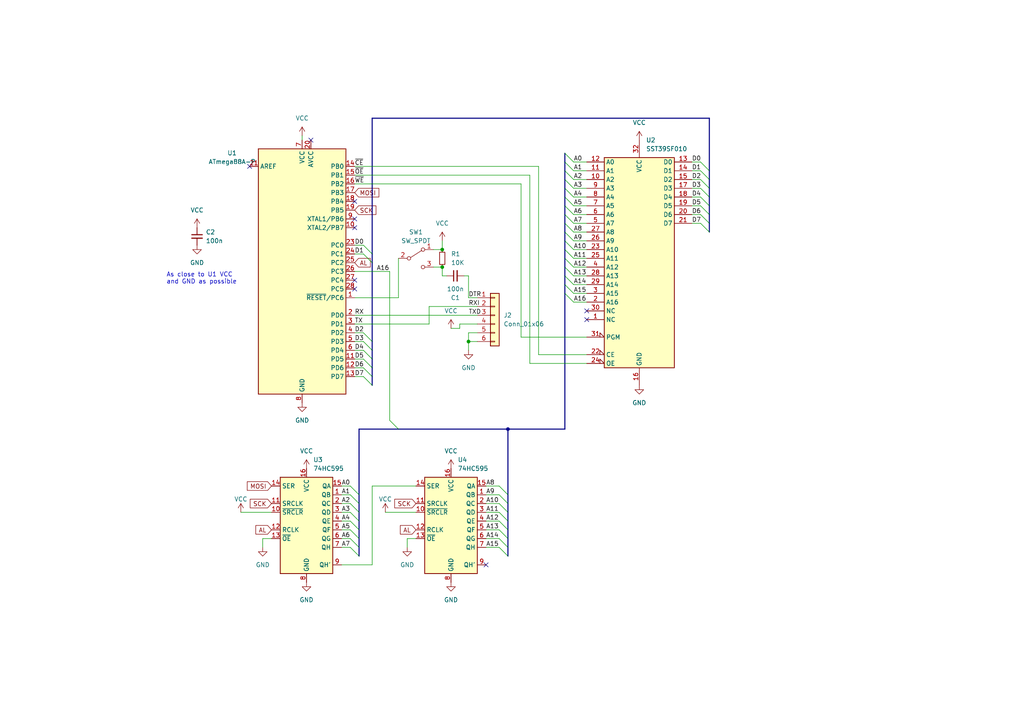
<source format=kicad_sch>
(kicad_sch (version 20230121) (generator eeschema)
  (paper "A4")
  (lib_symbols
    (symbol "74xx:74HC595"
      (property "Reference" "U" (at -7.62 13.97 0))
      (property "Value" "74HC595" (at -7.62 -16.51 0))
      (symbol "74HC595_1_0"
        (pin tri_state line (at 10.16 7.62 180) (length 2.54) (name "QB") (number "1"))
        (pin input line (at -10.16 2.54 0) (length 2.54) (name "~{SRCLR}") (number "10"))
        (pin input line (at -10.16 5.08 0) (length 2.54) (name "SRCLK") (number "11"))
        (pin input line (at -10.16 -2.54 0) (length 2.54) (name "RCLK") (number "12"))
        (pin input line (at -10.16 -5.08 0) (length 2.54) (name "~{OE}") (number "13"))
        (pin input line (at -10.16 10.16 0) (length 2.54) (name "SER") (number "14"))
        (pin tri_state line (at 10.16 10.16 180) (length 2.54) (name "QA") (number "15"))
        (pin power_in line (at 0 15.24 270) (length 2.54) (name "VCC") (number "16"))
        (pin tri_state line (at 10.16 5.08 180) (length 2.54) (name "QC") (number "2"))
        (pin tri_state line (at 10.16 2.54 180) (length 2.54) (name "QD") (number "3"))
        (pin tri_state line (at 10.16 0 180) (length 2.54) (name "QE") (number "4"))
        (pin tri_state line (at 10.16 -2.54 180) (length 2.54) (name "QF") (number "5"))
        (pin tri_state line (at 10.16 -5.08 180) (length 2.54) (name "QG") (number "6"))
        (pin tri_state line (at 10.16 -7.62 180) (length 2.54) (name "QH") (number "7"))
        (pin power_in line (at 0 -17.78 90) (length 2.54) (name "GND") (number "8"))
        (pin output line (at 10.16 -12.7 180) (length 2.54) (name "QH'") (number "9"))
      )
      (symbol "74HC595_1_1"
        (rectangle (start -7.62 12.7) (end 7.62 -15.24) (stroke (width 0.254)) (fill (type background)))
      )
    )
    (symbol "Connector_Generic:Conn_01x06" (pin_names (offset 1.016) hide)
      (property "Reference" "J" (at 0 7.62 0))
      (property "Value" "Conn_01x06" (at 0 -10.16 0))
      (symbol "Conn_01x06_1_1"
        (rectangle (start -1.27 -7.493) (end 0 -7.747) (stroke (width 0.1524)))
        (rectangle (start -1.27 -4.953) (end 0 -5.207) (stroke (width 0.1524)))
        (rectangle (start -1.27 -2.413) (end 0 -2.667) (stroke (width 0.1524)))
        (rectangle (start -1.27 0.127) (end 0 -0.127) (stroke (width 0.1524)))
        (rectangle (start -1.27 2.667) (end 0 2.413) (stroke (width 0.1524)))
        (rectangle (start -1.27 5.207) (end 0 4.953) (stroke (width 0.1524)))
        (rectangle (start -1.27 6.35) (end 1.27 -8.89) (stroke (width 0.254)) (fill (type background)))
        (pin passive line (at -5.08 5.08 0) (length 3.81) (name "Pin_1") (number "1"))
        (pin passive line (at -5.08 2.54 0) (length 3.81) (name "Pin_2") (number "2"))
        (pin passive line (at -5.08 0 0) (length 3.81) (name "Pin_3") (number "3"))
        (pin passive line (at -5.08 -2.54 0) (length 3.81) (name "Pin_4") (number "4"))
        (pin passive line (at -5.08 -5.08 0) (length 3.81) (name "Pin_5") (number "5"))
        (pin passive line (at -5.08 -7.62 0) (length 3.81) (name "Pin_6") (number "6"))
      )
    )
    (symbol "Device:C_Small" (pin_numbers hide) (pin_names (offset 0.254) hide)
      (property "Reference" "C" (at 0.254 1.778 0))
      (property "Value" "C_Small" (at 0.254 -2.032 0))
      (symbol "C_Small_0_1"
        (polyline (pts (xy -1.524 -0.508) (xy 1.524 -0.508)) (stroke (width 0.3302)))
        (polyline (pts (xy -1.524 0.508) (xy 1.524 0.508)) (stroke (width 0.3048)))
      )
      (symbol "C_Small_1_1"
        (pin passive line (at 0 2.54 270) (length 2.032) (name "~") (number "1"))
        (pin passive line (at 0 -2.54 90) (length 2.032) (name "~") (number "2"))
      )
    )
    (symbol "Device:R_Small" (pin_numbers hide) (pin_names (offset 0.254) hide)
      (property "Reference" "R" (at 0.762 0.508 0))
      (property "Value" "R_Small" (at 0.762 -1.016 0))
      (symbol "R_Small_0_1"
        (rectangle (start -0.762 1.778) (end 0.762 -1.778) (stroke (width 0.2032)))
      )
      (symbol "R_Small_1_1"
        (pin passive line (at 0 2.54 270) (length 0.762) (name "~") (number "1"))
        (pin passive line (at 0 -2.54 90) (length 0.762) (name "~") (number "2"))
      )
    )
    (symbol "MCU_Microchip_ATmega:ATmega88A-P"
      (property "Reference" "U" (at -12.7 36.83 0))
      (property "Value" "ATmega88A-P" (at 2.54 -36.83 0))
      (symbol "ATmega88A-P_0_1"
        (rectangle (start -12.7 -35.56) (end 12.7 35.56) (stroke (width 0.254)) (fill (type background)))
      )
      (symbol "ATmega88A-P_1_1"
        (pin bidirectional line (at 15.24 -7.62 180) (length 2.54) (name "~{RESET}/PC6") (number "1"))
        (pin bidirectional line (at 15.24 12.7 180) (length 2.54) (name "XTAL2/PB7") (number "10"))
        (pin bidirectional line (at 15.24 -25.4 180) (length 2.54) (name "PD5") (number "11"))
        (pin bidirectional line (at 15.24 -27.94 180) (length 2.54) (name "PD6") (number "12"))
        (pin bidirectional line (at 15.24 -30.48 180) (length 2.54) (name "PD7") (number "13"))
        (pin bidirectional line (at 15.24 30.48 180) (length 2.54) (name "PB0") (number "14"))
        (pin bidirectional line (at 15.24 27.94 180) (length 2.54) (name "PB1") (number "15"))
        (pin bidirectional line (at 15.24 25.4 180) (length 2.54) (name "PB2") (number "16"))
        (pin bidirectional line (at 15.24 22.86 180) (length 2.54) (name "PB3") (number "17"))
        (pin bidirectional line (at 15.24 20.32 180) (length 2.54) (name "PB4") (number "18"))
        (pin bidirectional line (at 15.24 17.78 180) (length 2.54) (name "PB5") (number "19"))
        (pin bidirectional line (at 15.24 -12.7 180) (length 2.54) (name "PD0") (number "2"))
        (pin power_in line (at 2.54 38.1 270) (length 2.54) (name "AVCC") (number "20"))
        (pin passive line (at -15.24 30.48 0) (length 2.54) (name "AREF") (number "21"))
        (pin passive line (at 0 -38.1 90) (length 2.54) hide (name "GND") (number "22"))
        (pin bidirectional line (at 15.24 7.62 180) (length 2.54) (name "PC0") (number "23"))
        (pin bidirectional line (at 15.24 5.08 180) (length 2.54) (name "PC1") (number "24"))
        (pin bidirectional line (at 15.24 2.54 180) (length 2.54) (name "PC2") (number "25"))
        (pin bidirectional line (at 15.24 0 180) (length 2.54) (name "PC3") (number "26"))
        (pin bidirectional line (at 15.24 -2.54 180) (length 2.54) (name "PC4") (number "27"))
        (pin bidirectional line (at 15.24 -5.08 180) (length 2.54) (name "PC5") (number "28"))
        (pin bidirectional line (at 15.24 -15.24 180) (length 2.54) (name "PD1") (number "3"))
        (pin bidirectional line (at 15.24 -17.78 180) (length 2.54) (name "PD2") (number "4"))
        (pin bidirectional line (at 15.24 -20.32 180) (length 2.54) (name "PD3") (number "5"))
        (pin bidirectional line (at 15.24 -22.86 180) (length 2.54) (name "PD4") (number "6"))
        (pin power_in line (at 0 38.1 270) (length 2.54) (name "VCC") (number "7"))
        (pin power_in line (at 0 -38.1 90) (length 2.54) (name "GND") (number "8"))
        (pin bidirectional line (at 15.24 15.24 180) (length 2.54) (name "XTAL1/PB6") (number "9"))
      )
    )
    (symbol "Memory_Flash:SST39SF010"
      (property "Reference" "U" (at 2.54 33.02 0))
      (property "Value" "SST39SF010" (at 0 -30.48 0))
      (symbol "SST39SF010_0_0"
        (pin power_in line (at 0 -34.29 90) (length 5.08) (name "GND") (number "16"))
        (pin power_in line (at 0 36.83 270) (length 5.08) (name "VCC") (number "32"))
      )
      (symbol "SST39SF010_0_1"
        (rectangle (start -10.16 31.75) (end 10.16 -29.21) (stroke (width 0.254)) (fill (type background)))
      )
      (symbol "SST39SF010_1_1"
        (pin input line (at -15.24 -15.24 0) (length 5.08) (name "NC") (number "1"))
        (pin input line (at -15.24 25.4 0) (length 5.08) (name "A2") (number "10"))
        (pin input line (at -15.24 27.94 0) (length 5.08) (name "A1") (number "11"))
        (pin input line (at -15.24 30.48 0) (length 5.08) (name "A0") (number "12"))
        (pin tri_state line (at 15.24 30.48 180) (length 5.08) (name "D0") (number "13"))
        (pin tri_state line (at 15.24 27.94 180) (length 5.08) (name "D1") (number "14"))
        (pin tri_state line (at 15.24 25.4 180) (length 5.08) (name "D2") (number "15"))
        (pin tri_state line (at 15.24 22.86 180) (length 5.08) (name "D3") (number "17"))
        (pin tri_state line (at 15.24 20.32 180) (length 5.08) (name "D4") (number "18"))
        (pin tri_state line (at 15.24 17.78 180) (length 5.08) (name "D5") (number "19"))
        (pin input line (at -15.24 -10.16 0) (length 5.08) (name "A16") (number "2"))
        (pin tri_state line (at 15.24 15.24 180) (length 5.08) (name "D6") (number "20"))
        (pin tri_state line (at 15.24 12.7 180) (length 5.08) (name "D7") (number "21"))
        (pin input input_low (at -15.24 -25.4 0) (length 5.08) (name "CE") (number "22"))
        (pin input line (at -15.24 5.08 0) (length 5.08) (name "A10") (number "23"))
        (pin input input_low (at -15.24 -27.94 0) (length 5.08) (name "OE") (number "24"))
        (pin input line (at -15.24 2.54 0) (length 5.08) (name "A11") (number "25"))
        (pin input line (at -15.24 7.62 0) (length 5.08) (name "A9") (number "26"))
        (pin input line (at -15.24 10.16 0) (length 5.08) (name "A8") (number "27"))
        (pin input line (at -15.24 -2.54 0) (length 5.08) (name "A13") (number "28"))
        (pin input line (at -15.24 -5.08 0) (length 5.08) (name "A14") (number "29"))
        (pin input line (at -15.24 -7.62 0) (length 5.08) (name "A15") (number "3"))
        (pin input line (at -15.24 -12.7 0) (length 5.08) (name "NC") (number "30"))
        (pin input input_low (at -15.24 -20.32 0) (length 5.08) (name "PGM") (number "31"))
        (pin input line (at -15.24 0 0) (length 5.08) (name "A12") (number "4"))
        (pin input line (at -15.24 12.7 0) (length 5.08) (name "A7") (number "5"))
        (pin input line (at -15.24 15.24 0) (length 5.08) (name "A6") (number "6"))
        (pin input line (at -15.24 17.78 0) (length 5.08) (name "A5") (number "7"))
        (pin input line (at -15.24 20.32 0) (length 5.08) (name "A4") (number "8"))
        (pin input line (at -15.24 22.86 0) (length 5.08) (name "A3") (number "9"))
      )
    )
    (symbol "Switch:SW_SPDT" (pin_names (offset 0) hide)
      (property "Reference" "SW" (at 0 4.318 0))
      (property "Value" "SW_SPDT" (at 0 -5.08 0))
      (symbol "SW_SPDT_0_0"
        (circle (center -2.032 0) (radius 0.508))
        (circle (center 2.032 -2.54) (radius 0.508))
      )
      (symbol "SW_SPDT_0_1"
        (polyline (pts (xy -1.524 0.254) (xy 1.651 2.286)))
        (circle (center 2.032 2.54) (radius 0.508))
      )
      (symbol "SW_SPDT_1_1"
        (pin passive line (at 5.08 2.54 180) (length 2.54) (name "A") (number "1"))
        (pin passive line (at -5.08 0 0) (length 2.54) (name "B") (number "2"))
        (pin passive line (at 5.08 -2.54 180) (length 2.54) (name "C") (number "3"))
      )
    )
    (symbol "VCC_1" (power) (pin_names (offset 0))
      (property "Value" "VCC_1" (at 0 3.81 0))
      (symbol "VCC_1_0_1"
        (polyline (pts (xy -0.762 1.27) (xy 0 2.54)))
        (polyline (pts (xy 0 0) (xy 0 2.54)))
        (polyline (pts (xy 0 2.54) (xy 0.762 1.27)))
      )
      (symbol "VCC_1_1_1"
        (pin power_in line (at 0 0 90) (length 0) hide (name "VCC") (number "1"))
      )
    )
    (symbol "power:GND" (power) (pin_names (offset 0))
      (property "Value" "GND" (at 0 -3.81 0))
      (symbol "GND_0_1"
        (polyline (pts (xy 0 0) (xy 0 -1.27) (xy 1.27 -1.27) (xy 0 -2.54) (xy -1.27 -1.27) (xy 0 -1.27)))
      )
      (symbol "GND_1_1"
        (pin power_in line (at 0 0 270) (length 0) hide (name "GND") (number "1"))
      )
    )
    (symbol "power:VCC" (power) (pin_names (offset 0))
      (property "Value" "VCC" (at 0 3.81 0))
      (symbol "VCC_0_1"
        (polyline (pts (xy -0.762 1.27) (xy 0 2.54)))
        (polyline (pts (xy 0 0) (xy 0 2.54)))
        (polyline (pts (xy 0 2.54) (xy 0.762 1.27)))
      )
      (symbol "VCC_1_1"
        (pin power_in line (at 0 0 90) (length 0) hide (name "VCC") (number "1"))
      )
    )
  )
  (junction (at 135.89 99.06))
  (junction (at 128.27 77.47))
  (junction (at 147.32 124.46))
  (junction (at 128.27 72.39))
  (no_connect (at 102.87 66.04))
  (no_connect (at 102.87 58.42))
  (no_connect (at 90.17 40.64))
  (no_connect (at 102.87 83.82))
  (no_connect (at 170.18 90.17))
  (no_connect (at 102.87 63.5))
  (no_connect (at 102.87 81.28))
  (no_connect (at 140.97 163.83))
  (no_connect (at 72.39 48.26))
  (no_connect (at 170.18 92.71))
  (bus_entry (at 105.41 96.52) (size 2.54 2.54))
  (bus_entry (at 144.78 153.67) (size 2.54 2.54))
  (bus_entry (at 144.78 140.97) (size 2.54 2.54))
  (bus_entry (at 144.78 158.75) (size 2.54 2.54))
  (bus_entry (at 105.41 101.6) (size 2.54 2.54))
  (bus_entry (at 101.6 156.21) (size 2.54 2.54))
  (bus_entry (at 163.83 54.61) (size 2.54 2.54))
  (bus_entry (at 101.6 140.97) (size 2.54 2.54))
  (bus_entry (at 101.6 146.05) (size 2.54 2.54))
  (bus_entry (at 203.2 49.53) (size 2.54 2.54))
  (bus_entry (at 163.83 72.39) (size 2.54 2.54))
  (bus_entry (at 105.41 71.12) (size 2.54 2.54))
  (bus_entry (at 144.78 156.21) (size 2.54 2.54))
  (bus_entry (at 203.2 57.15) (size 2.54 2.54))
  (bus_entry (at 105.41 104.14) (size 2.54 2.54))
  (bus_entry (at 163.83 69.85) (size 2.54 2.54))
  (bus_entry (at 163.83 62.23) (size 2.54 2.54))
  (bus_entry (at 203.2 64.77) (size 2.54 2.54))
  (bus_entry (at 113.03 121.92) (size 2.54 2.54))
  (bus_entry (at 144.78 143.51) (size 2.54 2.54))
  (bus_entry (at 163.83 64.77) (size 2.54 2.54))
  (bus_entry (at 203.2 62.23) (size 2.54 2.54))
  (bus_entry (at 101.6 143.51) (size 2.54 2.54))
  (bus_entry (at 163.83 77.47) (size 2.54 2.54))
  (bus_entry (at 105.41 106.68) (size 2.54 2.54))
  (bus_entry (at 163.83 74.93) (size 2.54 2.54))
  (bus_entry (at 163.83 80.01) (size 2.54 2.54))
  (bus_entry (at 163.83 49.53) (size 2.54 2.54))
  (bus_entry (at 163.83 85.09) (size 2.54 2.54))
  (bus_entry (at 105.41 109.22) (size 2.54 2.54))
  (bus_entry (at 163.83 46.99) (size 2.54 2.54))
  (bus_entry (at 163.83 52.07) (size 2.54 2.54))
  (bus_entry (at 163.83 57.15) (size 2.54 2.54))
  (bus_entry (at 203.2 46.99) (size 2.54 2.54))
  (bus_entry (at 101.6 153.67) (size 2.54 2.54))
  (bus_entry (at 144.78 146.05) (size 2.54 2.54))
  (bus_entry (at 144.78 151.13) (size 2.54 2.54))
  (bus_entry (at 203.2 59.69) (size 2.54 2.54))
  (bus_entry (at 163.83 44.45) (size 2.54 2.54))
  (bus_entry (at 163.83 59.69) (size 2.54 2.54))
  (bus_entry (at 163.83 67.31) (size 2.54 2.54))
  (bus_entry (at 203.2 54.61) (size 2.54 2.54))
  (bus_entry (at 144.78 148.59) (size 2.54 2.54))
  (bus_entry (at 105.41 99.06) (size 2.54 2.54))
  (bus_entry (at 101.6 158.75) (size 2.54 2.54))
  (bus_entry (at 101.6 151.13) (size 2.54 2.54))
  (bus_entry (at 105.41 73.66) (size 2.54 2.54))
  (bus_entry (at 101.6 148.59) (size 2.54 2.54))
  (bus_entry (at 163.83 82.55) (size 2.54 2.54))
  (bus_entry (at 203.2 52.07) (size 2.54 2.54))
  (bus (pts (xy 163.83 72.39) (xy 163.83 74.93)))
  (wire (pts (xy 140.97 151.13) (xy 144.78 151.13)))
  (wire (pts (xy 107.95 140.97) (xy 120.65 140.97)))
  (wire (pts (xy 133.35 93.98) (xy 133.35 95.25)))
  (bus (pts (xy 104.14 143.51) (xy 104.14 146.05)))
  (wire (pts (xy 99.06 151.13) (xy 101.6 151.13)))
  (wire (pts (xy 166.37 57.15) (xy 170.18 57.15)))
  (wire (pts (xy 118.11 156.21) (xy 118.11 158.75)))
  (bus (pts (xy 147.32 146.05) (xy 147.32 148.59)))
  (wire (pts (xy 138.43 88.9) (xy 124.46 88.9)))
  (wire (pts (xy 120.65 156.21) (xy 118.11 156.21)))
  (bus (pts (xy 115.57 124.46) (xy 147.32 124.46)))
  (wire (pts (xy 140.97 140.97) (xy 144.78 140.97)))
  (bus (pts (xy 163.83 64.77) (xy 163.83 67.31)))
  (bus (pts (xy 104.14 158.75) (xy 104.14 161.29)))
  (bus (pts (xy 163.83 82.55) (xy 163.83 85.09)))
  (wire (pts (xy 140.97 153.67) (xy 144.78 153.67)))
  (bus (pts (xy 163.83 77.47) (xy 163.83 80.01)))
  (wire (pts (xy 115.57 86.36) (xy 102.87 86.36)))
  (wire (pts (xy 125.73 77.47) (xy 128.27 77.47)))
  (bus (pts (xy 163.83 80.01) (xy 163.83 82.55)))
  (bus (pts (xy 163.83 69.85) (xy 163.83 72.39)))
  (wire (pts (xy 111.76 148.59) (xy 120.65 148.59)))
  (wire (pts (xy 99.06 146.05) (xy 101.6 146.05)))
  (wire (pts (xy 166.37 62.23) (xy 170.18 62.23)))
  (wire (pts (xy 166.37 49.53) (xy 170.18 49.53)))
  (wire (pts (xy 200.66 54.61) (xy 203.2 54.61)))
  (wire (pts (xy 166.37 72.39) (xy 170.18 72.39)))
  (wire (pts (xy 124.46 88.9) (xy 124.46 93.98)))
  (wire (pts (xy 78.74 156.21) (xy 76.2 156.21)))
  (bus (pts (xy 147.32 151.13) (xy 147.32 153.67)))
  (wire (pts (xy 87.63 39.37) (xy 87.63 40.64)))
  (wire (pts (xy 200.66 49.53) (xy 203.2 49.53)))
  (bus (pts (xy 104.14 153.67) (xy 104.14 156.21)))
  (bus (pts (xy 163.83 74.93) (xy 163.83 77.47)))
  (wire (pts (xy 166.37 64.77) (xy 170.18 64.77)))
  (bus (pts (xy 147.32 156.21) (xy 147.32 158.75)))
  (wire (pts (xy 166.37 69.85) (xy 170.18 69.85)))
  (bus (pts (xy 147.32 124.46) (xy 147.32 143.51)))
  (wire (pts (xy 125.73 72.39) (xy 128.27 72.39)))
  (bus (pts (xy 163.83 44.45) (xy 163.83 46.99)))
  (wire (pts (xy 102.87 50.8) (xy 153.67 50.8)))
  (bus (pts (xy 107.95 104.14) (xy 107.95 106.68)))
  (bus (pts (xy 104.14 124.46) (xy 115.57 124.46)))
  (wire (pts (xy 138.43 96.52) (xy 135.89 96.52)))
  (wire (pts (xy 166.37 67.31) (xy 170.18 67.31)))
  (wire (pts (xy 200.66 64.77) (xy 203.2 64.77)))
  (wire (pts (xy 140.97 156.21) (xy 144.78 156.21)))
  (bus (pts (xy 147.32 143.51) (xy 147.32 146.05)))
  (wire (pts (xy 69.85 148.59) (xy 78.74 148.59)))
  (bus (pts (xy 205.74 54.61) (xy 205.74 57.15)))
  (wire (pts (xy 107.95 163.83) (xy 107.95 140.97)))
  (bus (pts (xy 163.83 57.15) (xy 163.83 59.69)))
  (wire (pts (xy 166.37 46.99) (xy 170.18 46.99)))
  (bus (pts (xy 205.74 62.23) (xy 205.74 64.77)))
  (wire (pts (xy 200.66 62.23) (xy 203.2 62.23)))
  (wire (pts (xy 129.54 80.01) (xy 128.27 80.01)))
  (wire (pts (xy 102.87 48.26) (xy 156.21 48.26)))
  (bus (pts (xy 163.83 52.07) (xy 163.83 54.61)))
  (bus (pts (xy 107.95 106.68) (xy 107.95 109.22)))
  (wire (pts (xy 99.06 156.21) (xy 101.6 156.21)))
  (wire (pts (xy 128.27 72.39) (xy 128.27 69.85)))
  (wire (pts (xy 140.97 158.75) (xy 144.78 158.75)))
  (bus (pts (xy 104.14 151.13) (xy 104.14 153.67)))
  (wire (pts (xy 102.87 91.44) (xy 138.43 91.44)))
  (bus (pts (xy 107.95 101.6) (xy 107.95 104.14)))
  (wire (pts (xy 133.35 95.25) (xy 130.81 95.25)))
  (wire (pts (xy 113.03 78.74) (xy 113.03 121.92)))
  (wire (pts (xy 200.66 52.07) (xy 203.2 52.07)))
  (wire (pts (xy 135.89 99.06) (xy 138.43 99.06)))
  (wire (pts (xy 200.66 59.69) (xy 203.2 59.69)))
  (bus (pts (xy 104.14 146.05) (xy 104.14 148.59)))
  (wire (pts (xy 102.87 78.74) (xy 113.03 78.74)))
  (bus (pts (xy 205.74 52.07) (xy 205.74 54.61)))
  (bus (pts (xy 163.83 67.31) (xy 163.83 69.85)))
  (wire (pts (xy 153.67 50.8) (xy 153.67 105.41)))
  (wire (pts (xy 102.87 73.66) (xy 105.41 73.66)))
  (bus (pts (xy 107.95 76.2) (xy 107.95 99.06)))
  (bus (pts (xy 163.83 85.09) (xy 163.83 124.46)))
  (wire (pts (xy 102.87 53.34) (xy 151.13 53.34)))
  (wire (pts (xy 166.37 80.01) (xy 170.18 80.01)))
  (wire (pts (xy 138.43 93.98) (xy 133.35 93.98)))
  (wire (pts (xy 153.67 105.41) (xy 170.18 105.41)))
  (wire (pts (xy 102.87 109.22) (xy 105.41 109.22)))
  (bus (pts (xy 147.32 158.75) (xy 147.32 161.29)))
  (wire (pts (xy 99.06 163.83) (xy 107.95 163.83)))
  (wire (pts (xy 140.97 148.59) (xy 144.78 148.59)))
  (bus (pts (xy 163.83 54.61) (xy 163.83 57.15)))
  (wire (pts (xy 128.27 80.01) (xy 128.27 77.47)))
  (bus (pts (xy 104.14 148.59) (xy 104.14 151.13)))
  (wire (pts (xy 200.66 57.15) (xy 203.2 57.15)))
  (wire (pts (xy 102.87 106.68) (xy 105.41 106.68)))
  (bus (pts (xy 104.14 156.21) (xy 104.14 158.75)))
  (bus (pts (xy 205.74 49.53) (xy 205.74 52.07)))
  (wire (pts (xy 135.89 99.06) (xy 135.89 101.6)))
  (bus (pts (xy 107.95 109.22) (xy 107.95 111.76)))
  (wire (pts (xy 102.87 104.14) (xy 105.41 104.14)))
  (wire (pts (xy 140.97 143.51) (xy 144.78 143.51)))
  (wire (pts (xy 102.87 99.06) (xy 105.41 99.06)))
  (wire (pts (xy 166.37 52.07) (xy 170.18 52.07)))
  (bus (pts (xy 205.74 59.69) (xy 205.74 62.23)))
  (wire (pts (xy 102.87 101.6) (xy 105.41 101.6)))
  (bus (pts (xy 107.95 73.66) (xy 107.95 34.29)))
  (wire (pts (xy 166.37 77.47) (xy 170.18 77.47)))
  (wire (pts (xy 99.06 153.67) (xy 101.6 153.67)))
  (bus (pts (xy 107.95 99.06) (xy 107.95 101.6)))
  (bus (pts (xy 104.14 124.46) (xy 104.14 143.51)))
  (bus (pts (xy 107.95 34.29) (xy 205.74 34.29)))
  (wire (pts (xy 76.2 156.21) (xy 76.2 158.75)))
  (wire (pts (xy 140.97 146.05) (xy 144.78 146.05)))
  (bus (pts (xy 163.83 49.53) (xy 163.83 52.07)))
  (wire (pts (xy 151.13 53.34) (xy 151.13 97.79)))
  (bus (pts (xy 107.95 73.66) (xy 107.95 76.2)))
  (wire (pts (xy 166.37 74.93) (xy 170.18 74.93)))
  (wire (pts (xy 99.06 148.59) (xy 101.6 148.59)))
  (wire (pts (xy 135.89 80.01) (xy 135.89 86.36)))
  (wire (pts (xy 166.37 59.69) (xy 170.18 59.69)))
  (wire (pts (xy 99.06 140.97) (xy 101.6 140.97)))
  (wire (pts (xy 200.66 46.99) (xy 203.2 46.99)))
  (wire (pts (xy 135.89 96.52) (xy 135.89 99.06)))
  (wire (pts (xy 102.87 71.12) (xy 105.41 71.12)))
  (bus (pts (xy 205.74 57.15) (xy 205.74 59.69)))
  (bus (pts (xy 163.83 59.69) (xy 163.83 62.23)))
  (bus (pts (xy 205.74 34.29) (xy 205.74 49.53)))
  (wire (pts (xy 135.89 80.01) (xy 134.62 80.01)))
  (wire (pts (xy 99.06 143.51) (xy 101.6 143.51)))
  (wire (pts (xy 102.87 93.98) (xy 124.46 93.98)))
  (wire (pts (xy 151.13 97.79) (xy 170.18 97.79)))
  (wire (pts (xy 166.37 54.61) (xy 170.18 54.61)))
  (bus (pts (xy 147.32 153.67) (xy 147.32 156.21)))
  (wire (pts (xy 102.87 96.52) (xy 105.41 96.52)))
  (bus (pts (xy 147.32 148.59) (xy 147.32 151.13)))
  (wire (pts (xy 156.21 102.87) (xy 170.18 102.87)))
  (wire (pts (xy 166.37 82.55) (xy 170.18 82.55)))
  (wire (pts (xy 115.57 74.93) (xy 115.57 86.36)))
  (bus (pts (xy 163.83 46.99) (xy 163.83 49.53)))
  (bus (pts (xy 205.74 64.77) (xy 205.74 67.31)))
  (wire (pts (xy 166.37 87.63) (xy 170.18 87.63)))
  (wire (pts (xy 166.37 85.09) (xy 170.18 85.09)))
  (bus (pts (xy 163.83 62.23) (xy 163.83 64.77)))
  (wire (pts (xy 156.21 48.26) (xy 156.21 102.87)))
  (wire (pts (xy 99.06 158.75) (xy 101.6 158.75)))
  (bus (pts (xy 147.32 124.46) (xy 163.83 124.46)))
  (wire (pts (xy 138.43 86.36) (xy 135.89 86.36)))
  (text "As close to U1 VCC\nand GND as possible" (at 48.26 82.55 0) (effects (font (size 1.27 1.27)) (justify left bottom)))
  (label "A10" (at 140.97 146.05 0))
  (label "D4" (at 200.66 57.15 0))
  (label "A8" (at 166.37 67.31 0))
  (label "D6" (at 200.66 62.23 0))
  (label "~{OE}" (at 102.87 50.8 0))
  (label "A9" (at 140.97 143.51 0))
  (label "A15" (at 166.37 85.09 0))
  (label "D3" (at 102.87 99.06 0))
  (label "A2" (at 166.37 52.07 0))
  (label "A9" (at 166.37 69.85 0))
  (label "A12" (at 140.97 151.13 0))
  (label "D7" (at 102.87 109.22 0))
  (label "A2" (at 99.06 146.05 0))
  (label "A14" (at 166.37 82.55 0))
  (label "A5" (at 166.37 59.69 0))
  (label "~{CE}" (at 102.87 48.26 0))
  (label "D2" (at 200.66 52.07 0))
  (label "A15" (at 140.97 158.75 0))
  (label "D6" (at 102.87 106.68 0))
  (label "D3" (at 200.66 54.61 0))
  (label "A6" (at 99.06 156.21 0))
  (label "A1" (at 99.06 143.51 0))
  (label "A4" (at 99.06 151.13 0))
  (label "D5" (at 200.66 59.69 0))
  (label "A10" (at 166.37 72.39 0))
  (label "A13" (at 140.97 153.67 0))
  (label "TXD" (at 135.89 91.44 0))
  (label "A16" (at 109.22 78.74 0))
  (label "A13" (at 166.37 80.01 0))
  (label "A0" (at 99.06 140.97 0))
  (label "A0" (at 166.37 46.99 0))
  (label "A5" (at 99.06 153.67 0))
  (label "D1" (at 200.66 49.53 0))
  (label "D7" (at 200.66 64.77 0))
  (label "D1" (at 102.87 73.66 0))
  (label "TX" (at 102.87 93.98 0))
  (label "A11" (at 140.97 148.59 0))
  (label "D0" (at 200.66 46.99 0))
  (label "DTR" (at 135.89 86.36 0))
  (label "A7" (at 99.06 158.75 0))
  (label "A14" (at 140.97 156.21 0))
  (label "A4" (at 166.37 57.15 0))
  (label "A1" (at 166.37 49.53 0))
  (label "A16" (at 166.37 87.63 0))
  (label "RX" (at 102.87 91.44 0))
  (label "A3" (at 166.37 54.61 0))
  (label "RXI" (at 135.89 88.9 0))
  (label "D0" (at 102.87 71.12 0))
  (label "A12" (at 166.37 77.47 0))
  (label "A8" (at 140.97 140.97 0))
  (label "A11" (at 166.37 74.93 0))
  (label "D2" (at 102.87 96.52 0))
  (label "~{WE}" (at 102.87 53.34 0))
  (label "A3" (at 99.06 148.59 0))
  (label "A7" (at 166.37 64.77 0))
  (label "D4" (at 102.87 101.6 0))
  (label "A6" (at 166.37 62.23 0))
  (label "D5" (at 102.87 104.14 0))
  (global_label "SCK" (shape input) (at 120.65 146.05 180) (property "Intersheetrefs" "${INTERSHEET_REFS}" (effects hide)))
  (global_label "MOSI" (shape input) (at 78.74 140.97 180) (property "Intersheetrefs" "${INTERSHEET_REFS}" (effects hide)))
  (global_label "AL" (shape input) (at 78.74 153.67 180) (property "Intersheetrefs" "${INTERSHEET_REFS}" (effects hide)))
  (global_label "AL" (shape input) (at 102.87 76.2 0) (property "Intersheetrefs" "${INTERSHEET_REFS}" (effects hide)))
  (global_label "SCK" (shape input) (at 78.74 146.05 180) (property "Intersheetrefs" "${INTERSHEET_REFS}" (effects hide)))
  (global_label "SCK" (shape input) (at 102.87 60.96 0) (property "Intersheetrefs" "${INTERSHEET_REFS}" (effects hide)))
  (global_label "MOSI" (shape input) (at 102.87 55.88 0) (property "Intersheetrefs" "${INTERSHEET_REFS}" (effects hide)))
  (global_label "AL" (shape input) (at 120.65 153.67 180) (property "Intersheetrefs" "${INTERSHEET_REFS}" (effects hide)))
  (symbol (lib_id "power:GND") (at 185.42 111.76 0) (unit 1)
    (property "Reference" "#PWR010" (effects hide))
    (property "Value" "GND" (at 185.42 116.84 0))
  )
  (symbol (lib_id "Device:R_Small") (at 128.27 74.93 0) (unit 1)
    (property "Reference" "R1" (at 130.81 73.66 0) (effects (justify left)))
    (property "Value" "10K" (at 130.81 76.2 0) (effects (justify left)))
  )
  (symbol (lib_id "Device:C_Small") (at 132.08 80.01 90) (mirror x) (unit 1)
    (property "Reference" "C1" (at 132.0863 86.36 90))
    (property "Value" "100n" (at 132.0863 83.82 90))
  )
  (symbol (lib_id "power:GND") (at 57.15 71.12 0) (unit 1)
    (property "Reference" "#PWR016" (effects hide))
    (property "Value" "GND" (at 57.15 76.2 0))
  )
  (symbol (lib_id "power:VCC") (at 130.81 95.25 0) (unit 1)
    (property "Reference" "#PWR07" (effects hide))
    (property "Value" "VCC" (at 130.81 90.17 0))
  )
  (symbol (lib_id "power:GND") (at 135.89 101.6 0) (unit 1)
    (property "Reference" "#PWR06" (effects hide))
    (property "Value" "GND" (at 135.89 106.68 0))
  )
  (symbol (lib_id "MCU_Microchip_ATmega:ATmega88A-P") (at 87.63 78.74 0) (unit 1)
    (property "Reference" "U1" (at 67.31 44.3739 0))
    (property "Value" "ATmega88A-P" (at 67.31 46.9139 0))
    (property "Footprint" "Package_DIP:DIP-28_W7.62mm" (effects hide))
    (property "Datasheet" "http://ww1.microchip.com/downloads/en/DeviceDoc/ATmega48A_88A_168A-Data-Sheet-40002007A.pdf" (effects hide))
  )
  (symbol (lib_id "Connector_Generic:Conn_01x06") (at 143.51 91.44 0) (unit 1)
    (property "Reference" "J2" (at 146.05 91.44 0) (effects (justify left)))
    (property "Value" "Conn_01x06" (at 146.05 93.98 0) (effects (justify left)))
  )
  (symbol (lib_id "Device:C_Small") (at 57.15 68.58 0) (unit 1)
    (property "Reference" "C2" (at 59.69 67.3163 0) (effects (justify left)))
    (property "Value" "100n" (at 59.69 69.8563 0) (effects (justify left)))
  )
  (symbol (lib_id "power:VCC") (at 57.15 66.04 0) (unit 1)
    (property "Reference" "#PWR012" (effects hide))
    (property "Value" "VCC" (at 57.15 60.96 0))
  )
  (symbol (lib_id "power:GND") (at 87.63 116.84 0) (unit 1)
    (property "Reference" "#PWR09" (effects hide))
    (property "Value" "GND" (at 87.63 121.92 0))
  )
  (symbol (lib_id "Memory_Flash:SST39SF010") (at 185.42 77.47 0) (unit 1)
    (property "Reference" "U2" (at 187.3759 40.64 0) (effects (justify left)))
    (property "Value" "SST39SF010" (at 187.3759 43.18 0) (effects (justify left)))
    (property "Datasheet" "http://ww1.microchip.com/downloads/en/DeviceDoc/25022B.pdf" (effects hide))
  )
  (symbol (lib_id "power:GND") (at 88.9 168.91 0) (unit 1)
    (property "Reference" "#PWR08" (effects hide))
    (property "Value" "GND" (at 88.9 173.99 0))
  )
  (symbol (lib_id "power:GND") (at 76.2 158.75 0) (unit 1)
    (property "Reference" "#PWR04" (effects hide))
    (property "Value" "GND" (at 76.2 163.83 0))
  )
  (symbol (lib_id "power:GND") (at 118.11 158.75 0) (unit 1)
    (property "Reference" "#PWR05" (effects hide))
    (property "Value" "GND" (at 118.11 163.83 0))
  )
  (symbol (lib_id "power:VCC") (at 128.27 69.85 0) (unit 1)
    (property "Reference" "#PWR02" (effects hide))
    (property "Value" "VCC" (at 128.27 64.77 0))
  )
  (symbol (lib_id "Switch:SW_SPDT") (at 120.65 74.93 0) (unit 1)
    (property "Reference" "SW1" (at 120.65 67.31 0))
    (property "Value" "SW_SPDT" (at 120.65 69.85 0))
  )
  (symbol (lib_id "power:VCC") (at 88.9 135.89 0) (unit 1)
    (property "Reference" "#PWR011" (effects hide))
    (property "Value" "VCC" (at 88.9 130.81 0))
  )
  (symbol (lib_id "power:VCC") (at 185.42 40.64 0) (unit 1)
    (property "Reference" "#PWR014" (effects hide))
    (property "Value" "VCC" (at 185.42 35.56 0))
  )
  (symbol (lib_id "74xx:74HC595") (at 130.81 151.13 0) (unit 1)
    (property "Reference" "U4" (at 132.7659 133.35 0) (effects (justify left)))
    (property "Value" "74HC595" (at 132.7659 135.89 0) (effects (justify left)))
    (property "Datasheet" "http://www.ti.com/lit/ds/symlink/sn74hc595.pdf" (effects hide))
  )
  (symbol (lib_name "VCC_1") (lib_id "power:VCC") (at 69.85 148.59 0) (unit 1)
    (property "Reference" "#PWR03" (effects hide))
    (property "Value" "VCC" (at 69.85 144.78 0))
  )
  (symbol (lib_id "power:GND") (at 130.81 168.91 0) (unit 1)
    (property "Reference" "#PWR017" (effects hide))
    (property "Value" "GND" (at 130.81 173.99 0))
  )
  (symbol (lib_id "74xx:74HC595") (at 88.9 151.13 0) (unit 1)
    (property "Reference" "U3" (at 90.8559 133.35 0) (effects (justify left)))
    (property "Value" "74HC595" (at 90.8559 135.89 0) (effects (justify left)))
    (property "Datasheet" "http://www.ti.com/lit/ds/symlink/sn74hc595.pdf" (effects hide))
  )
  (symbol (lib_id "power:VCC") (at 130.81 135.89 0) (unit 1)
    (property "Reference" "#PWR013" (effects hide))
    (property "Value" "VCC" (at 130.81 130.81 0))
  )
  (symbol (lib_id "power:VCC") (at 87.63 39.37 0) (unit 1)
    (property "Reference" "#PWR015" (effects hide))
    (property "Value" "VCC" (at 87.63 34.29 0))
  )
  (symbol (lib_name "VCC_1") (lib_id "power:VCC") (at 111.76 148.59 0) (unit 1)
    (property "Reference" "#PWR01" (effects hide))
    (property "Value" "VCC" (at 111.76 144.78 0))
  )
)
</source>
